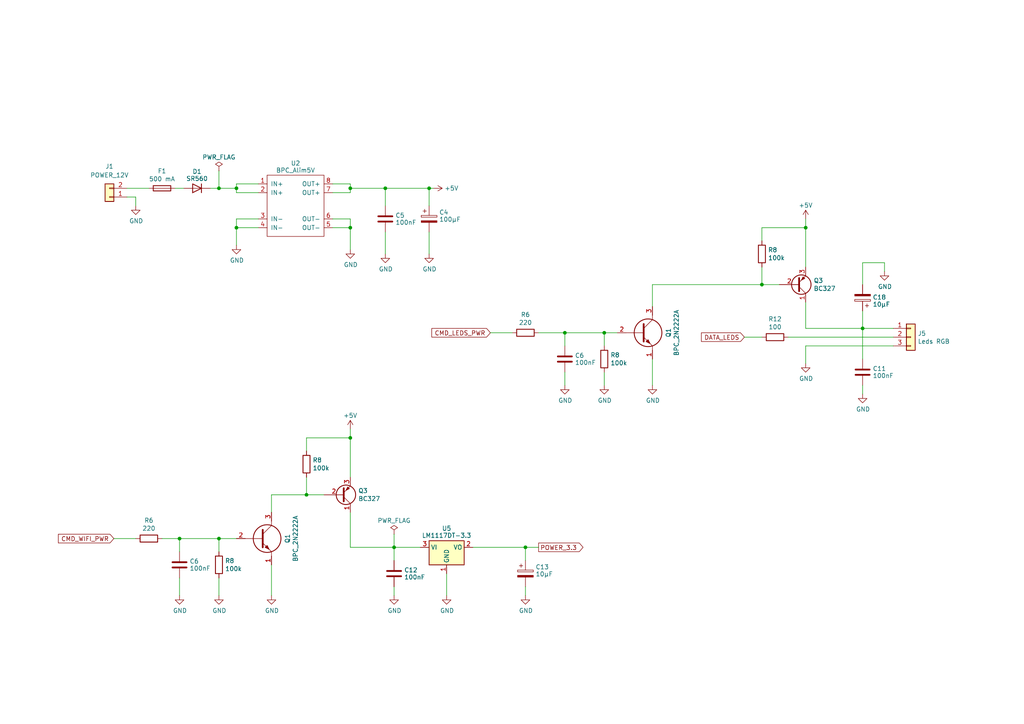
<source format=kicad_sch>
(kicad_sch (version 20230121) (generator eeschema)
  (paper "A4")
  (title_block (title "Commande des OYA - Maître RS485") (date "2024-04-26") (rev "B0") (company "BPC") (comment 1 "Extension Wifi (ESP01)") (comment 2 "Inteface LEDs RGB - Bouton - RTC") (comment 3 "Alim 12V - Sortie 12V pilotable - Bus RS485"))
  (lib_symbols
    (symbol "Connector_Generic:Conn_01x02" (pin_names (offset 1.016) hide)
      (property "Reference" "J" (at 0 2.54 0))
      (property "Value" "Conn_01x02" (at 0 -5.08 0))
      (symbol "Conn_01x02_1_1"
        (rectangle (start -1.27 -2.413) (end 0 -2.667) (stroke (width 0.1524)))
        (rectangle (start -1.27 0.127) (end 0 -0.127) (stroke (width 0.1524)))
        (rectangle (start -1.27 1.27) (end 1.27 -3.81) (stroke (width 0.254)) (fill (type background)))
        (pin passive line (at -5.08 0 0) (length 3.81) (name "Pin_1") (number "1"))
        (pin passive line (at -5.08 -2.54 0) (length 3.81) (name "Pin_2") (number "2"))
      )
    )
    (symbol "Connector_Generic:Conn_01x03" (pin_names (offset 1.016) hide)
      (property "Reference" "J" (at 0 5.08 0))
      (property "Value" "Conn_01x03" (at 0 -5.08 0))
      (symbol "Conn_01x03_1_1"
        (rectangle (start -1.27 -2.413) (end 0 -2.667) (stroke (width 0.1524)))
        (rectangle (start -1.27 0.127) (end 0 -0.127) (stroke (width 0.1524)))
        (rectangle (start -1.27 2.667) (end 0 2.413) (stroke (width 0.1524)))
        (rectangle (start -1.27 3.81) (end 1.27 -3.81) (stroke (width 0.254)) (fill (type background)))
        (pin passive line (at -5.08 2.54 0) (length 3.81) (name "Pin_1") (number "1"))
        (pin passive line (at -5.08 0 0) (length 3.81) (name "Pin_2") (number "2"))
        (pin passive line (at -5.08 -2.54 0) (length 3.81) (name "Pin_3") (number "3"))
      )
    )
    (symbol "Device:C" (pin_numbers hide) (pin_names (offset 0.254))
      (property "Reference" "C" (at 0.635 2.54 0))
      (property "Value" "C" (at 0.635 -2.54 0))
      (symbol "C_0_1"
        (polyline (pts (xy -2.032 -0.762) (xy 2.032 -0.762)) (stroke (width 0.508)))
        (polyline (pts (xy -2.032 0.762) (xy 2.032 0.762)) (stroke (width 0.508)))
      )
      (symbol "C_1_1"
        (pin passive line (at 0 3.81 270) (length 2.794) (name "~") (number "1"))
        (pin passive line (at 0 -3.81 90) (length 2.794) (name "~") (number "2"))
      )
    )
    (symbol "Device:C_Polarized" (pin_numbers hide) (pin_names (offset 0.254))
      (property "Reference" "C" (at 0.635 2.54 0))
      (property "Value" "C_Polarized" (at 0.635 -2.54 0))
      (symbol "C_Polarized_0_1"
        (rectangle (start -2.286 0.508) (end 2.286 1.016))
        (polyline (pts (xy -1.778 2.286) (xy -0.762 2.286)))
        (polyline (pts (xy -1.27 2.794) (xy -1.27 1.778)))
        (rectangle (start 2.286 -0.508) (end -2.286 -1.016) (fill (type outline)))
      )
      (symbol "C_Polarized_1_1"
        (pin passive line (at 0 3.81 270) (length 2.794) (name "~") (number "1"))
        (pin passive line (at 0 -3.81 90) (length 2.794) (name "~") (number "2"))
      )
    )
    (symbol "Device:D" (pin_numbers hide) (pin_names (offset 1.016) hide)
      (property "Reference" "D" (at 0 2.54 0))
      (property "Value" "D" (at 0 -2.54 0))
      (symbol "D_0_1"
        (polyline (pts (xy -1.27 1.27) (xy -1.27 -1.27)) (stroke (width 0.254)))
        (polyline (pts (xy 1.27 0) (xy -1.27 0)))
        (polyline (pts (xy 1.27 1.27) (xy 1.27 -1.27) (xy -1.27 0) (xy 1.27 1.27)) (stroke (width 0.254)))
      )
      (symbol "D_1_1"
        (pin passive line (at -3.81 0 0) (length 2.54) (name "K") (number "1"))
        (pin passive line (at 3.81 0 180) (length 2.54) (name "A") (number "2"))
      )
    )
    (symbol "Device:Fuse" (pin_numbers hide) (pin_names (offset 0))
      (property "Reference" "F" (at 2.032 0 90))
      (property "Value" "Fuse" (at -1.905 0 90))
      (symbol "Fuse_0_1"
        (rectangle (start -0.762 -2.54) (end 0.762 2.54) (stroke (width 0.254)))
        (polyline (pts (xy 0 2.54) (xy 0 -2.54)))
      )
      (symbol "Fuse_1_1"
        (pin passive line (at 0 3.81 270) (length 1.27) (name "~") (number "1"))
        (pin passive line (at 0 -3.81 90) (length 1.27) (name "~") (number "2"))
      )
    )
    (symbol "Device:R" (pin_numbers hide) (pin_names (offset 0))
      (property "Reference" "R" (at 2.032 0 90))
      (property "Value" "R" (at 0 0 90))
      (symbol "R_0_1"
        (rectangle (start -1.016 -2.54) (end 1.016 2.54) (stroke (width 0.254)))
      )
      (symbol "R_1_1"
        (pin passive line (at 0 3.81 270) (length 1.27) (name "~") (number "1"))
        (pin passive line (at 0 -3.81 90) (length 1.27) (name "~") (number "2"))
      )
    )
    (symbol "Regulator_Linear:LM1117DT-3.3"
      (property "Reference" "U" (at -3.81 3.175 0))
      (property "Value" "LM1117DT-3.3" (at 0 3.175 0))
      (symbol "LM1117DT-3.3_0_1"
        (rectangle (start -5.08 -5.08) (end 5.08 1.905) (stroke (width 0.254)) (fill (type background)))
      )
      (symbol "LM1117DT-3.3_1_1"
        (pin power_in line (at 0 -7.62 90) (length 2.54) (name "GND") (number "1"))
        (pin power_out line (at 7.62 0 180) (length 2.54) (name "VO") (number "2"))
        (pin power_in line (at -7.62 0 0) (length 2.54) (name "VI") (number "3"))
      )
    )
    (symbol "Transistor_BJT:BC327" (pin_names (offset 0) hide)
      (property "Reference" "Q" (at 5.08 1.905 0))
      (property "Value" "BC327" (at 5.08 0 0))
      (symbol "BC327_0_1"
        (polyline (pts (xy 0.635 0.635) (xy 2.54 2.54)))
        (polyline (pts (xy 0.635 -0.635) (xy 2.54 -2.54) (xy 2.54 -2.54)))
        (polyline (pts (xy 0.635 1.905) (xy 0.635 -1.905) (xy 0.635 -1.905)) (stroke (width 0.508)))
        (polyline (pts (xy 2.286 -1.778) (xy 1.778 -2.286) (xy 1.27 -1.27) (xy 2.286 -1.778) (xy 2.286 -1.778)) (fill (type outline)))
        (circle (center 1.27 0) (radius 2.8194) (stroke (width 0.254)))
      )
      (symbol "BC327_1_1"
        (pin passive line (at 2.54 5.08 270) (length 2.54) (name "C") (number "1"))
        (pin input line (at -5.08 0 0) (length 5.715) (name "B") (number "2"))
        (pin passive line (at 2.54 -5.08 90) (length 2.54) (name "E") (number "3"))
      )
    )
    (symbol "bpc:BPC_2N2222A" (pin_names (offset 0.762))
      (property "Reference" "Q" (at 13.97 1.27 0))
      (property "Value" "BPC_2N2222A" (at 13.97 -1.27 0))
      (symbol "BPC_2N2222A_0_0"
        (pin passive line (at 10.16 -7.62 90) (length 2.54) (name "~") (number "1"))
        (pin passive line (at 0 0 0) (length 2.54) (name "~") (number "2"))
        (pin passive line (at 10.16 7.62 270) (length 2.54) (name "~") (number "3"))
      )
      (symbol "BPC_2N2222A_0_1"
        (polyline (pts (xy 2.54 0) (xy 7.62 0)) (stroke (width 0.1524)))
        (polyline (pts (xy 7.62 -1.27) (xy 10.16 -3.81)) (stroke (width 0.1524)))
        (polyline (pts (xy 7.62 1.27) (xy 10.16 3.81)) (stroke (width 0.1524)))
        (polyline (pts (xy 7.62 2.54) (xy 7.62 -2.54)) (stroke (width 0.508)))
        (polyline (pts (xy 10.16 -3.81) (xy 10.16 -5.08)) (stroke (width 0.1524)))
        (polyline (pts (xy 10.16 3.81) (xy 10.16 5.08)) (stroke (width 0.1524)))
        (polyline (pts (xy 8.382 -2.54) (xy 8.89 -2.032) (xy 9.398 -3.048) (xy 8.382 -2.54)) (stroke (width 0.254)) (fill (type outline)))
        (circle (center 8.89 0) (radius 4.0132) (stroke (width 0.254)))
      )
    )
    (symbol "bpc:BPC_Alim5V" (pin_names (offset 1.016))
      (property "Reference" "U" (at 6.35 6.35 0))
      (property "Value" "BPC_Alim5V" (at 11.43 3.81 0))
      (symbol "BPC_Alim5V_0_1"
        (rectangle (start 0 2.54) (end 16.51 -15.24))
      )
      (symbol "BPC_Alim5V_1_1"
        (pin power_in line (at -2.54 0 0) (length 2.54) (name "IN+") (number "1"))
        (pin power_in line (at -2.54 -2.54 0) (length 2.54) (name "IN+") (number "2"))
        (pin power_in line (at -2.54 -10.16 0) (length 2.54) (name "IN-") (number "3"))
        (pin power_in line (at -2.54 -12.7 0) (length 2.54) (name "IN-") (number "4"))
        (pin power_out line (at 19.05 -12.7 180) (length 2.54) (name "OUT-") (number "5"))
        (pin passive line (at 19.05 -10.16 180) (length 2.54) (name "OUT-") (number "6"))
        (pin passive line (at 19.05 -2.54 180) (length 2.54) (name "OUT+") (number "7"))
        (pin power_out line (at 19.05 0 180) (length 2.54) (name "OUT+") (number "8"))
      )
    )
    (symbol "power:+5V" (power) (pin_names (offset 0))
      (property "Value" "+5V" (at 0 3.556 0))
      (symbol "+5V_0_1"
        (polyline (pts (xy -0.762 1.27) (xy 0 2.54)))
        (polyline (pts (xy 0 0) (xy 0 2.54)))
        (polyline (pts (xy 0 2.54) (xy 0.762 1.27)))
      )
      (symbol "+5V_1_1"
        (pin power_in line (at 0 0 90) (length 0) hide (name "+5V") (number "1"))
      )
    )
    (symbol "power:GND" (power) (pin_names (offset 0))
      (property "Value" "GND" (at 0 -3.81 0))
      (symbol "GND_0_1"
        (polyline (pts (xy 0 0) (xy 0 -1.27) (xy 1.27 -1.27) (xy 0 -2.54) (xy -1.27 -1.27) (xy 0 -1.27)))
      )
      (symbol "GND_1_1"
        (pin power_in line (at 0 0 270) (length 0) hide (name "GND") (number "1"))
      )
    )
    (symbol "power:PWR_FLAG" (power) (pin_numbers hide) (pin_names (offset 0) hide)
      (property "Value" "PWR_FLAG" (at 0 3.81 0))
      (symbol "PWR_FLAG_0_0"
        (pin power_out line (at 0 0 90) (length 0) (name "pwr") (number "1"))
      )
      (symbol "PWR_FLAG_0_1"
        (polyline (pts (xy 0 0) (xy 0 1.27) (xy -1.016 1.905) (xy 0 2.54) (xy 1.016 1.905) (xy 0 1.27)))
      )
    )
  )
  (junction (at 175.26 96.52))
  (junction (at 220.98 82.55))
  (junction (at 250.19 95.25))
  (junction (at 152.4 158.75))
  (junction (at 101.6 127))
  (junction (at 101.6 66.04))
  (junction (at 68.58 66.04))
  (junction (at 233.68 66.04))
  (junction (at 68.58 54.61))
  (junction (at 63.5 54.61))
  (junction (at 163.83 96.52))
  (junction (at 63.5 156.21))
  (junction (at 88.9 143.51))
  (junction (at 111.76 54.61))
  (junction (at 124.46 54.61))
  (junction (at 52.07 156.21))
  (junction (at 114.3 158.75))
  (junction (at 101.6 54.61))
  (wire (pts (xy 78.74 163.83) (xy 78.74 172.72)))
  (wire (pts (xy 233.68 63.5) (xy 233.68 66.04)))
  (wire (pts (xy 96.52 66.04) (xy 101.6 66.04)))
  (wire (pts (xy 250.19 76.2) (xy 256.54 76.2)))
  (wire (pts (xy 101.6 124.46) (xy 101.6 127)))
  (wire (pts (xy 101.6 158.75) (xy 114.3 158.75)))
  (wire (pts (xy 163.83 96.52) (xy 175.26 96.52)))
  (wire (pts (xy 52.07 156.21) (xy 52.07 160.02)))
  (wire (pts (xy 63.5 49.53) (xy 63.5 54.61)))
  (wire (pts (xy 233.68 100.33) (xy 233.68 105.41)))
  (wire (pts (xy 39.37 59.69) (xy 39.37 57.15)))
  (wire (pts (xy 189.23 82.55) (xy 189.23 88.9)))
  (wire (pts (xy 114.3 158.75) (xy 114.3 162.56)))
  (wire (pts (xy 52.07 156.21) (xy 63.5 156.21)))
  (wire (pts (xy 88.9 138.43) (xy 88.9 143.51)))
  (wire (pts (xy 68.58 53.34) (xy 68.58 54.61)))
  (wire (pts (xy 74.93 66.04) (xy 68.58 66.04)))
  (wire (pts (xy 259.08 95.25) (xy 250.19 95.25)))
  (wire (pts (xy 68.58 66.04) (xy 68.58 71.12)))
  (wire (pts (xy 33.02 156.21) (xy 39.37 156.21)))
  (wire (pts (xy 78.74 143.51) (xy 78.74 148.59)))
  (wire (pts (xy 220.98 66.04) (xy 220.98 69.85)))
  (wire (pts (xy 101.6 63.5) (xy 101.6 66.04)))
  (wire (pts (xy 68.58 53.34) (xy 74.93 53.34)))
  (wire (pts (xy 52.07 167.64) (xy 52.07 172.72)))
  (wire (pts (xy 74.93 63.5) (xy 68.58 63.5)))
  (wire (pts (xy 68.58 63.5) (xy 68.58 66.04)))
  (wire (pts (xy 124.46 54.61) (xy 124.46 59.69)))
  (wire (pts (xy 129.54 166.37) (xy 129.54 172.72)))
  (wire (pts (xy 189.23 104.14) (xy 189.23 111.76)))
  (wire (pts (xy 101.6 54.61) (xy 101.6 55.88)))
  (wire (pts (xy 63.5 156.21) (xy 68.58 156.21)))
  (wire (pts (xy 114.3 158.75) (xy 121.92 158.75)))
  (wire (pts (xy 96.52 53.34) (xy 101.6 53.34)))
  (wire (pts (xy 101.6 127) (xy 88.9 127)))
  (wire (pts (xy 39.37 57.15) (xy 36.83 57.15)))
  (wire (pts (xy 175.26 107.95) (xy 175.26 111.76)))
  (wire (pts (xy 233.68 66.04) (xy 220.98 66.04)))
  (wire (pts (xy 250.19 95.25) (xy 250.19 104.14)))
  (wire (pts (xy 96.52 63.5) (xy 101.6 63.5)))
  (wire (pts (xy 163.83 96.52) (xy 163.83 100.33)))
  (wire (pts (xy 96.52 55.88) (xy 101.6 55.88)))
  (wire (pts (xy 156.21 96.52) (xy 163.83 96.52)))
  (wire (pts (xy 148.59 96.52) (xy 142.24 96.52)))
  (wire (pts (xy 101.6 148.59) (xy 101.6 158.75)))
  (wire (pts (xy 259.08 100.33) (xy 233.68 100.33)))
  (wire (pts (xy 175.26 96.52) (xy 179.07 96.52)))
  (wire (pts (xy 250.19 111.76) (xy 250.19 114.3)))
  (wire (pts (xy 175.26 96.52) (xy 175.26 100.33)))
  (wire (pts (xy 111.76 54.61) (xy 101.6 54.61)))
  (wire (pts (xy 63.5 54.61) (xy 68.58 54.61)))
  (wire (pts (xy 152.4 170.18) (xy 152.4 172.72)))
  (wire (pts (xy 101.6 53.34) (xy 101.6 54.61)))
  (wire (pts (xy 233.68 66.04) (xy 233.68 77.47)))
  (wire (pts (xy 46.99 156.21) (xy 52.07 156.21)))
  (wire (pts (xy 152.4 158.75) (xy 152.4 162.56)))
  (wire (pts (xy 114.3 170.18) (xy 114.3 172.72)))
  (wire (pts (xy 250.19 95.25) (xy 233.68 95.25)))
  (wire (pts (xy 114.3 154.94) (xy 114.3 158.75)))
  (wire (pts (xy 88.9 143.51) (xy 78.74 143.51)))
  (wire (pts (xy 68.58 54.61) (xy 68.58 55.88)))
  (wire (pts (xy 163.83 107.95) (xy 163.83 111.76)))
  (wire (pts (xy 250.19 82.55) (xy 250.19 76.2)))
  (wire (pts (xy 74.93 55.88) (xy 68.58 55.88)))
  (wire (pts (xy 250.19 90.17) (xy 250.19 95.25)))
  (wire (pts (xy 36.83 54.61) (xy 43.18 54.61)))
  (wire (pts (xy 124.46 54.61) (xy 111.76 54.61)))
  (wire (pts (xy 233.68 95.25) (xy 233.68 87.63)))
  (wire (pts (xy 220.98 82.55) (xy 226.06 82.55)))
  (wire (pts (xy 111.76 67.31) (xy 111.76 73.66)))
  (wire (pts (xy 88.9 127) (xy 88.9 130.81)))
  (wire (pts (xy 152.4 158.75) (xy 156.21 158.75)))
  (wire (pts (xy 124.46 67.31) (xy 124.46 73.66)))
  (wire (pts (xy 88.9 143.51) (xy 93.98 143.51)))
  (wire (pts (xy 101.6 127) (xy 101.6 138.43)))
  (wire (pts (xy 220.98 97.79) (xy 215.9 97.79)))
  (wire (pts (xy 137.16 158.75) (xy 152.4 158.75)))
  (wire (pts (xy 101.6 66.04) (xy 101.6 72.39)))
  (wire (pts (xy 125.73 54.61) (xy 124.46 54.61)))
  (wire (pts (xy 256.54 76.2) (xy 256.54 78.74)))
  (wire (pts (xy 63.5 167.64) (xy 63.5 172.72)))
  (wire (pts (xy 259.08 97.79) (xy 228.6 97.79)))
  (wire (pts (xy 50.8 54.61) (xy 53.34 54.61)))
  (wire (pts (xy 60.96 54.61) (xy 63.5 54.61)))
  (wire (pts (xy 220.98 77.47) (xy 220.98 82.55)))
  (wire (pts (xy 63.5 156.21) (xy 63.5 160.02)))
  (wire (pts (xy 220.98 82.55) (xy 189.23 82.55)))
  (wire (pts (xy 111.76 54.61) (xy 111.76 59.69)))
  (global_label "DATA_LEDS" (shape input) (at 215.9 97.79 180) (property "Intersheetrefs" "${INTERSHEET_REFS}" (effects hide)))
  (global_label "CMD_WIFI_PWR" (shape input) (at 33.02 156.21 180) (property "Intersheetrefs" "${INTERSHEET_REFS}" (effects hide)))
  (global_label "POWER_3.3" (shape output) (at 156.21 158.75 0) (property "Intersheetrefs" "${INTERSHEET_REFS}" (effects hide)))
  (global_label "CMD_LEDS_PWR" (shape input) (at 142.24 96.52 180) (property "Intersheetrefs" "${INTERSHEET_REFS}" (effects hide)))
  (symbol (lib_id "power:GND") (at 63.5 172.72 0) (unit 1)
    (property "Reference" "#PWR06" (effects hide))
    (property "Value" "GND" (at 63.627 177.1142 0))
    (instances (project "board_rs485_master" (path "" (reference "#PWR06") (unit 1)) (path "" (reference "#PWR049") (unit 1))))
  )
  (symbol (lib_id "power:GND") (at 114.3 172.72 0) (unit 1)
    (property "Reference" "#PWR06" (effects hide))
    (property "Value" "GND" (at 114.427 177.1142 0))
    (instances (project "board_rs485_master" (path "" (reference "#PWR06") (unit 1)) (path "" (reference "#PWR037") (unit 1))))
  )
  (symbol (lib_id "Device:R") (at 63.5 163.83 0) (unit 1)
    (property "Reference" "R8" (at 65.278 162.6616 0) (effects (justify left)))
    (property "Value" "100k" (at 65.278 164.973 0) (effects (justify left)))
    (property "Footprint" "Resistor_THT:R_Axial_DIN0204_L3.6mm_D1.6mm_P7.62mm_Horizontal" (effects hide))
    (instances (project "board_rs485_master" (path "" (reference "R8") (unit 1)) (path "" (reference "R19") (unit 1))))
  )
  (symbol (lib_id "Regulator_Linear:LM1117DT-3.3") (at 129.54 158.75 0) (unit 1)
    (property "Reference" "U5" (at 129.54 153.265 0))
    (property "Value" "LM1117DT-3.3" (at 129.54 155.313 0))
    (property "Footprint" "Package_TO_SOT_THT:TO-220-3_Vertical" (effects hide))
    (property "Datasheet" "http://www.ti.com/lit/ds/symlink/lm1117.pdf" (effects hide))
  )
  (symbol (lib_id "power:PWR_FLAG") (at 114.3 154.94 0) (unit 1)
    (property "Reference" "#FLG03" (effects hide))
    (property "Value" "PWR_FLAG" (at 114.3 150.995 0))
  )
  (symbol (lib_id "power:GND") (at 101.6 72.39 0) (unit 1)
    (property "Reference" "#PWR06" (effects hide))
    (property "Value" "GND" (at 101.727 76.7842 0))
  )
  (symbol (lib_id "Device:C") (at 250.19 107.95 0) (unit 1)
    (property "Reference" "C11" (at 253.111 106.926 0) (effects (justify left)))
    (property "Value" "100nF" (at 253.111 108.974 0) (effects (justify left)))
    (property "Footprint" "Capacitor_THT:C_Disc_D5.0mm_W2.5mm_P2.50mm" (effects hide))
  )
  (symbol (lib_id "power:GND") (at 250.19 114.3 0) (unit 1)
    (property "Reference" "#PWR016" (effects hide))
    (property "Value" "GND" (at 250.317 118.6942 0))
    (instances (project "board_rs485_master" (path "" (reference "#PWR016") (unit 1)) (path "" (reference "#PWR013") (unit 1))))
  )
  (symbol (lib_id "Device:C_Polarized") (at 152.4 166.37 0) (unit 1)
    (property "Reference" "C13" (at 155.321 164.457 0) (effects (justify left)))
    (property "Value" "10µF" (at 155.321 166.505 0) (effects (justify left)))
    (property "Footprint" "Capacitor_THT:CP_Radial_D4.0mm_P2.00mm" (effects hide))
    (instances (project "board_rs485_master" (path "" (reference "C13") (unit 1)) (path "" (reference "C8") (unit 1)) (path "" (reference "C14") (unit 1))))
  )
  (symbol (lib_id "Device:R") (at 152.4 96.52 90) (unit 1)
    (property "Reference" "R6" (at 152.4 91.2622 90))
    (property "Value" "220" (at 152.4 93.5736 90))
    (property "Footprint" "Resistor_THT:R_Axial_DIN0204_L3.6mm_D1.6mm_P7.62mm_Horizontal" (effects hide))
  )
  (symbol (lib_id "power:PWR_FLAG") (at 63.5 49.53 0) (unit 1)
    (property "Reference" "#FLG01" (effects hide))
    (property "Value" "PWR_FLAG" (at 63.5 45.585 0))
  )
  (symbol (lib_id "Device:C") (at 163.83 104.14 0) (unit 1)
    (property "Reference" "C6" (at 166.751 103.116 0) (effects (justify left)))
    (property "Value" "100nF" (at 166.751 105.164 0) (effects (justify left)))
    (property "Footprint" "Capacitor_THT:C_Disc_D5.0mm_W2.5mm_P2.50mm" (effects hide))
    (instances (project "board_rs485_master" (path "" (reference "C6") (unit 1)) (path "" (reference "C16") (unit 1))))
  )
  (symbol (lib_id "power:GND") (at 163.83 111.76 0) (unit 1)
    (property "Reference" "#PWR016" (effects hide))
    (property "Value" "GND" (at 163.957 116.1542 0))
    (instances (project "board_rs485_master" (path "" (reference "#PWR016") (unit 1)) (path "" (reference "#PWR051") (unit 1))))
  )
  (symbol (lib_id "power:GND") (at 78.74 172.72 0) (unit 1)
    (property "Reference" "#PWR06" (effects hide))
    (property "Value" "GND" (at 78.867 177.1142 0))
    (instances (project "board_rs485_master" (path "" (reference "#PWR06") (unit 1)) (path "" (reference "#PWR048") (unit 1))))
  )
  (symbol (lib_id "Device:C") (at 114.3 166.37 0) (unit 1)
    (property "Reference" "C12" (at 117.221 165.346 0) (effects (justify left)))
    (property "Value" "100nF" (at 117.221 167.394 0) (effects (justify left)))
    (property "Footprint" "Capacitor_THT:C_Disc_D5.0mm_W2.5mm_P2.50mm" (effects hide))
  )
  (symbol (lib_id "Device:C_Polarized") (at 250.19 86.36 180) (unit 1)
    (property "Reference" "C18" (at 253.111 86.225 0) (effects (justify right)))
    (property "Value" "10µF" (at 253.111 88.273 0) (effects (justify right)))
    (property "Footprint" "Capacitor_THT:CP_Radial_D4.0mm_P2.00mm" (effects hide))
    (instances (project "board_rs485_master" (path "" (reference "C18") (unit 1)) (path "" (reference "C8") (unit 1)) (path "" (reference "C14") (unit 1))))
  )
  (symbol (lib_id "Device:D") (at 57.15 54.61 180) (unit 1)
    (property "Reference" "D1" (at 57.15 49.76 0))
    (property "Value" "SR560" (at 57.15 51.808 0))
    (property "Footprint" "Diode_THT:D_DO-15_P2.54mm_Vertical_AnodeUp" (effects hide))
    (property "Sim.Device" "D" (effects hide))
    (property "Sim.Pins" "1=K 2=A" (effects hide))
  )
  (symbol (lib_id "Transistor_BJT:BC327") (at 99.06 143.51 0) (mirror x) (unit 1)
    (property "Reference" "Q3" (at 103.9114 142.3416 0) (effects (justify left)))
    (property "Value" "BC327" (at 103.9114 144.653 0) (effects (justify left)))
    (property "Footprint" "Package_TO_SOT_THT:TO-92_Inline" (effects hide))
    (property "Datasheet" "http://www.onsemi.com/pub_link/Collateral/BC327-D.PDF" (effects hide))
    (instances (project "board_rs485_master" (path "" (reference "Q3") (unit 1)) (path "" (reference "Q4") (unit 1))))
  )
  (symbol (lib_id "power:GND") (at 189.23 111.76 0) (unit 1)
    (property "Reference" "#PWR016" (effects hide))
    (property "Value" "GND" (at 189.357 116.1542 0))
    (instances (project "board_rs485_master" (path "" (reference "#PWR016") (unit 1)) (path "" (reference "#PWR046") (unit 1))))
  )
  (symbol (lib_id "power:GND") (at 152.4 172.72 0) (unit 1)
    (property "Reference" "#PWR06" (effects hide))
    (property "Value" "GND" (at 152.527 177.1142 0))
    (instances (project "board_rs485_master" (path "" (reference "#PWR06") (unit 1)) (path "" (reference "#PWR040") (unit 1))))
  )
  (symbol (lib_id "power:GND") (at 68.58 71.12 0) (unit 1)
    (property "Reference" "#PWR02" (effects hide))
    (property "Value" "GND" (at 68.707 75.5142 0))
  )
  (symbol (lib_id "power:GND") (at 124.46 73.66 0) (unit 1)
    (property "Reference" "#PWR06" (effects hide))
    (property "Value" "GND" (at 124.587 78.0542 0))
    (instances (project "board_rs485_master" (path "" (reference "#PWR06") (unit 1)) (path "" (reference "#PWR028") (unit 1))))
  )
  (symbol (lib_id "power:+5V") (at 125.73 54.61 270) (unit 1)
    (property "Reference" "#PWR015" (effects hide))
    (property "Value" "+5V" (at 128.905 54.61 90) (effects (justify left)))
  )
  (symbol (lib_id "power:GND") (at 175.26 111.76 0) (unit 1)
    (property "Reference" "#PWR016" (effects hide))
    (property "Value" "GND" (at 175.387 116.1542 0))
    (instances (project "board_rs485_master" (path "" (reference "#PWR016") (unit 1)) (path "" (reference "#PWR047") (unit 1))))
  )
  (symbol (lib_id "power:+5V") (at 101.6 124.46 0) (unit 1)
    (property "Reference" "#PWR03" (effects hide))
    (property "Value" "+5V" (at 101.6 120.515 0))
    (instances (project "board_rs485_master" (path "" (reference "#PWR03") (unit 1)) (path "" (reference "#PWR019") (unit 1))))
  )
  (symbol (lib_id "Device:R") (at 43.18 156.21 90) (unit 1)
    (property "Reference" "R6" (at 43.18 150.9522 90))
    (property "Value" "220" (at 43.18 153.2636 90))
    (property "Footprint" "Resistor_THT:R_Axial_DIN0204_L3.6mm_D1.6mm_P7.62mm_Horizontal" (effects hide))
    (instances (project "board_rs485_master" (path "" (reference "R6") (unit 1)) (path "" (reference "R14") (unit 1))))
  )
  (symbol (lib_id "Device:R") (at 220.98 73.66 0) (unit 1)
    (property "Reference" "R8" (at 222.758 72.4916 0) (effects (justify left)))
    (property "Value" "100k" (at 222.758 74.803 0) (effects (justify left)))
    (property "Footprint" "Resistor_THT:R_Axial_DIN0204_L3.6mm_D1.6mm_P7.62mm_Horizontal" (effects hide))
  )
  (symbol (lib_id "Transistor_BJT:BC327") (at 231.14 82.55 0) (mirror x) (unit 1)
    (property "Reference" "Q3" (at 235.9914 81.3816 0) (effects (justify left)))
    (property "Value" "BC327" (at 235.9914 83.693 0) (effects (justify left)))
    (property "Footprint" "Package_TO_SOT_THT:TO-92_Inline" (effects hide))
    (property "Datasheet" "http://www.onsemi.com/pub_link/Collateral/BC327-D.PDF" (effects hide))
  )
  (symbol (lib_id "Device:R") (at 224.79 97.79 90) (unit 1)
    (property "Reference" "R12" (at 224.79 92.5322 90))
    (property "Value" "100" (at 224.79 94.8436 90))
    (property "Footprint" "Resistor_THT:R_Axial_DIN0204_L3.6mm_D1.6mm_P7.62mm_Horizontal" (effects hide))
  )
  (symbol (lib_id "power:+5V") (at 233.68 63.5 0) (unit 1)
    (property "Reference" "#PWR03" (effects hide))
    (property "Value" "+5V" (at 233.68 59.555 0))
  )
  (symbol (lib_id "Device:R") (at 175.26 104.14 0) (unit 1)
    (property "Reference" "R8" (at 177.038 102.9716 0) (effects (justify left)))
    (property "Value" "100k" (at 177.038 105.283 0) (effects (justify left)))
    (property "Footprint" "Resistor_THT:R_Axial_DIN0204_L3.6mm_D1.6mm_P7.62mm_Horizontal" (effects hide))
    (instances (project "board_rs485_master" (path "" (reference "R8") (unit 1)) (path "" (reference "R11") (unit 1))))
  )
  (symbol (lib_id "bpc:BPC_2N2222A") (at 68.58 156.21 0) (unit 1)
    (property "Reference" "Q1" (at 83.3882 156.21 90))
    (property "Value" "BPC_2N2222A" (at 85.6996 156.21 90))
    (property "Footprint" "Package_TO_SOT_THT:TO-92" (effects hide))
    (property "Datasheet" "https://www.arrow.com/en/products/2n2222a/microsemi" (effects hide))
    (property "Description" "Trans GP BJT NPN 50V 0.8A 3-Pin TO-18" (effects hide))
    (property "Manufacturer_Name" "Microsemi Corporation" (effects hide))
    (property "Manufacturer_Part_Number" "2N2222A" (effects hide))
    (property "Mouser Part Number" "494-2N2222A" (effects hide))
    (property "Mouser Price/Stock" "https://www.mouser.co.uk/ProductDetail/Microchip-Microsemi/2N2222A?qs=TXMzd3F6EylR6f6YErRW3Q%3D%3D" (effects hide))
    (property "Arrow Part Number" "2N2222A" (effects hide))
    (property "Arrow Price/Stock" "https://www.arrow.com/en/products/2n2222a/microsemi" (effects hide))
    (instances (project "board_rs485_master" (path "" (reference "Q1") (unit 1)) (path "" (reference "Q1") (unit 1)) (path "" (reference "Q6") (unit 1))))
  )
  (symbol (lib_id "Connector_Generic:Conn_01x02") (at 31.75 57.15 180) (unit 1)
    (property "Reference" "J1" (at 31.75 48.26 0))
    (property "Value" "POWER_12V" (at 31.75 50.8 0))
    (property "Footprint" "TerminalBlock_Phoenix:TerminalBlock_Phoenix_MKDS-1,5-2-5.08_1x02_P5.08mm_Horizontal" (effects hide))
  )
  (symbol (lib_id "Device:R") (at 88.9 134.62 0) (unit 1)
    (property "Reference" "R8" (at 90.678 133.4516 0) (effects (justify left)))
    (property "Value" "100k" (at 90.678 135.763 0) (effects (justify left)))
    (property "Footprint" "Resistor_THT:R_Axial_DIN0204_L3.6mm_D1.6mm_P7.62mm_Horizontal" (effects hide))
    (instances (project "board_rs485_master" (path "" (reference "R8") (unit 1)) (path "" (reference "R15") (unit 1))))
  )
  (symbol (lib_id "power:GND") (at 111.76 73.66 0) (unit 1)
    (property "Reference" "#PWR06" (effects hide))
    (property "Value" "GND" (at 111.887 78.0542 0))
    (instances (project "board_rs485_master" (path "" (reference "#PWR06") (unit 1)) (path "" (reference "#PWR010") (unit 1))))
  )
  (symbol (lib_id "Device:C_Polarized") (at 124.46 63.5 0) (unit 1)
    (property "Reference" "C4" (at 127.381 61.587 0) (effects (justify left)))
    (property "Value" "100µF" (at 127.381 63.635 0) (effects (justify left)))
    (property "Footprint" "Capacitor_THT:CP_Radial_D8.0mm_P3.80mm" (effects hide))
  )
  (symbol (lib_id "Device:C") (at 52.07 163.83 0) (unit 1)
    (property "Reference" "C6" (at 54.991 162.806 0) (effects (justify left)))
    (property "Value" "100nF" (at 54.991 164.854 0) (effects (justify left)))
    (property "Footprint" "Capacitor_THT:C_Disc_D5.0mm_W2.5mm_P2.50mm" (effects hide))
    (instances (project "board_rs485_master" (path "" (reference "C6") (unit 1)) (path "" (reference "C17") (unit 1))))
  )
  (symbol (lib_id "power:GND") (at 129.54 172.72 0) (unit 1)
    (property "Reference" "#PWR06" (effects hide))
    (property "Value" "GND" (at 129.667 177.1142 0))
    (instances (project "board_rs485_master" (path "" (reference "#PWR06") (unit 1)) (path "" (reference "#PWR038") (unit 1))))
  )
  (symbol (lib_id "power:GND") (at 52.07 172.72 0) (unit 1)
    (property "Reference" "#PWR06" (effects hide))
    (property "Value" "GND" (at 52.197 177.1142 0))
    (instances (project "board_rs485_master" (path "" (reference "#PWR06") (unit 1)) (path "" (reference "#PWR050") (unit 1))))
  )
  (symbol (lib_id "power:GND") (at 39.37 59.69 0) (unit 1)
    (property "Reference" "#PWR02" (effects hide))
    (property "Value" "GND" (at 39.497 64.0842 0))
    (instances (project "board_rs485_master" (path "" (reference "#PWR02") (unit 1)) (path "" (reference "#PWR01") (unit 1))))
  )
  (symbol (lib_id "power:GND") (at 233.68 105.41 0) (unit 1)
    (property "Reference" "#PWR016" (effects hide))
    (property "Value" "GND" (at 233.807 109.8042 0))
  )
  (symbol (lib_id "Device:C") (at 111.76 63.5 0) (unit 1)
    (property "Reference" "C5" (at 114.681 62.476 0) (effects (justify left)))
    (property "Value" "100nF" (at 114.681 64.524 0) (effects (justify left)))
    (property "Footprint" "Capacitor_THT:C_Disc_D5.0mm_W2.5mm_P2.50mm" (effects hide))
  )
  (symbol (lib_id "Device:Fuse") (at 46.99 54.61 270) (unit 1)
    (property "Reference" "F1" (at 46.99 49.6062 90))
    (property "Value" "500 mA" (at 46.99 51.9176 90))
    (property "Footprint" "Fuse:Fuseholder_TR5_Littelfuse_No560_No460" (effects hide))
  )
  (symbol (lib_id "Connector_Generic:Conn_01x03") (at 264.16 97.79 0) (unit 1)
    (property "Reference" "J5" (at 266.192 96.7232 0) (effects (justify left)))
    (property "Value" "Leds RGB" (at 266.192 99.0346 0) (effects (justify left)))
    (property "Footprint" "Connector_JST:JST_XH_B3B-XH-AM_1x03_P2.50mm_Vertical" (effects hide))
  )
  (symbol (lib_id "bpc:BPC_Alim5V") (at 77.47 53.34 0) (unit 1)
    (property "Reference" "U2" (at 85.725 47.347 0))
    (property "Value" "BPC_Alim5V" (at 85.725 49.395 0))
    (property "Footprint" "bpc:BPC_Alim5V" (effects hide))
  )
  (symbol (lib_id "bpc:BPC_2N2222A") (at 179.07 96.52 0) (unit 1)
    (property "Reference" "Q1" (at 193.8782 96.52 90))
    (property "Value" "BPC_2N2222A" (at 196.1896 96.52 90))
    (property "Footprint" "Package_TO_SOT_THT:TO-92" (effects hide))
    (property "Datasheet" "https://www.arrow.com/en/products/2n2222a/microsemi" (effects hide))
    (property "Description" "Trans GP BJT NPN 50V 0.8A 3-Pin TO-18" (effects hide))
    (property "Manufacturer_Name" "Microsemi Corporation" (effects hide))
    (property "Manufacturer_Part_Number" "2N2222A" (effects hide))
    (property "Mouser Part Number" "494-2N2222A" (effects hide))
    (property "Mouser Price/Stock" "https://www.mouser.co.uk/ProductDetail/Microchip-Microsemi/2N2222A?qs=TXMzd3F6EylR6f6YErRW3Q%3D%3D" (effects hide))
    (property "Arrow Part Number" "2N2222A" (effects hide))
    (property "Arrow Price/Stock" "https://www.arrow.com/en/products/2n2222a/microsemi" (effects hide))
    (instances (project "board_rs485_master" (path "" (reference "Q1") (unit 1)) (path "" (reference "Q1") (unit 1)) (path "" (reference "Q5") (unit 1))))
  )
  (symbol (lib_id "power:GND") (at 256.54 78.74 0) (unit 1)
    (property "Reference" "#PWR016" (effects hide))
    (property "Value" "GND" (at 256.667 83.1342 0))
    (instances (project "board_rs485_master" (path "" (reference "#PWR016") (unit 1)) (path "" (reference "#PWR052") (unit 1))))
  )
)
</source>
